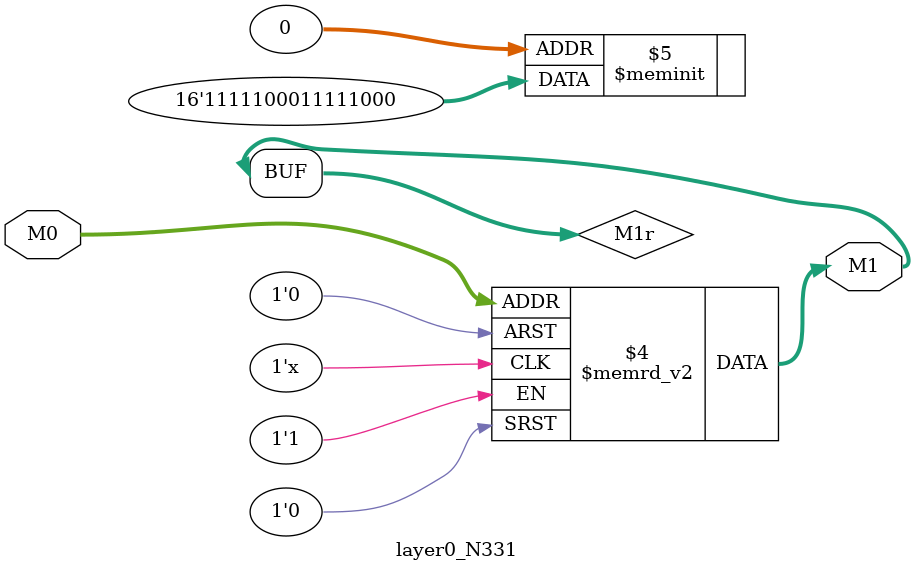
<source format=v>
module layer0_N331 ( input [2:0] M0, output [1:0] M1 );

	(*rom_style = "distributed" *) reg [1:0] M1r;
	assign M1 = M1r;
	always @ (M0) begin
		case (M0)
			3'b000: M1r = 2'b00;
			3'b100: M1r = 2'b00;
			3'b010: M1r = 2'b11;
			3'b110: M1r = 2'b11;
			3'b001: M1r = 2'b10;
			3'b101: M1r = 2'b10;
			3'b011: M1r = 2'b11;
			3'b111: M1r = 2'b11;

		endcase
	end
endmodule

</source>
